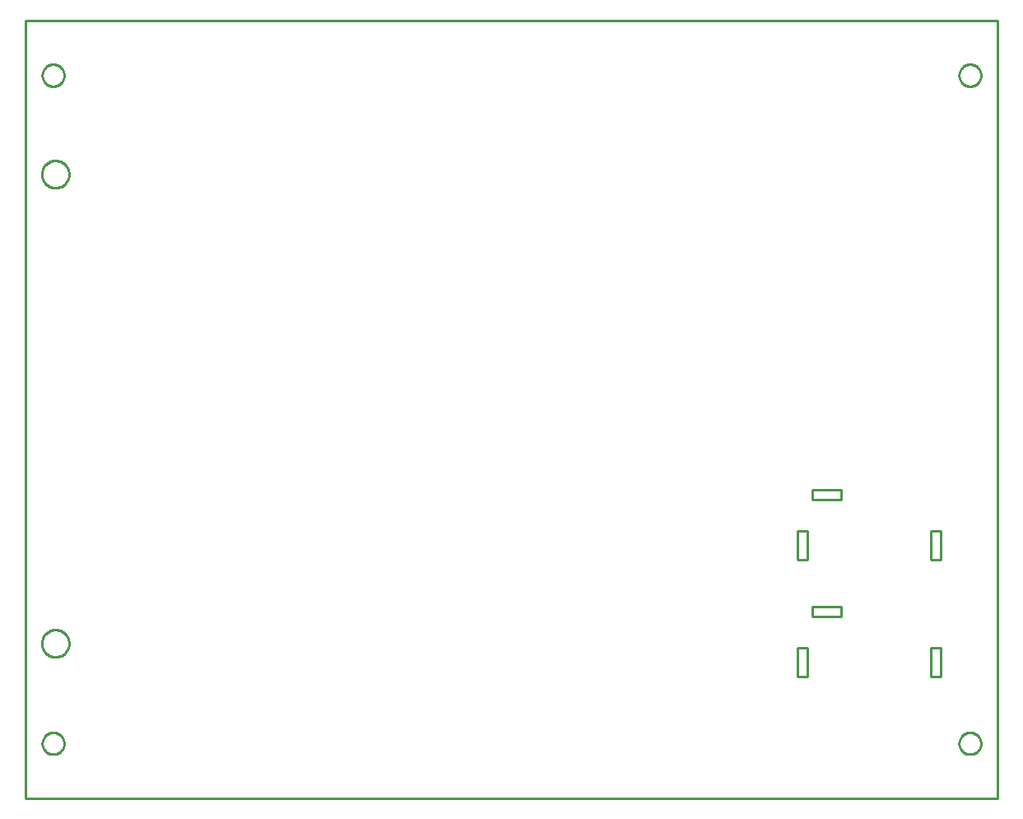
<source format=gbr>
G04 EAGLE Gerber RS-274X export*
G75*
%MOMM*%
%FSLAX34Y34*%
%LPD*%
%IN*%
%IPPOS*%
%AMOC8*
5,1,8,0,0,1.08239X$1,22.5*%
G01*
%ADD10C,0.254000*%


D10*
X0Y0D02*
X1000000Y0D01*
X1000000Y800000D01*
X0Y800000D01*
X0Y0D01*
X794000Y125000D02*
X804000Y125000D01*
X804000Y155000D01*
X794000Y155000D01*
X794000Y125000D01*
X809000Y187000D02*
X839000Y187000D01*
X839000Y197000D01*
X809000Y197000D01*
X809000Y187000D01*
X931000Y125000D02*
X941000Y125000D01*
X941000Y155000D01*
X931000Y155000D01*
X931000Y125000D01*
X931000Y245000D02*
X941000Y245000D01*
X941000Y275000D01*
X931000Y275000D01*
X931000Y245000D01*
X794000Y245000D02*
X804000Y245000D01*
X804000Y275000D01*
X794000Y275000D01*
X794000Y245000D01*
X809000Y307000D02*
X839000Y307000D01*
X839000Y317000D01*
X809000Y317000D01*
X809000Y307000D01*
X39650Y55958D02*
X39581Y55077D01*
X39442Y54204D01*
X39236Y53344D01*
X38963Y52503D01*
X38625Y51686D01*
X38223Y50899D01*
X37761Y50145D01*
X37242Y49430D01*
X36668Y48758D01*
X36042Y48133D01*
X35370Y47558D01*
X34655Y47039D01*
X33901Y46577D01*
X33114Y46176D01*
X32297Y45837D01*
X31456Y45564D01*
X30596Y45358D01*
X29723Y45219D01*
X28842Y45150D01*
X27958Y45150D01*
X27077Y45219D01*
X26204Y45358D01*
X25344Y45564D01*
X24503Y45837D01*
X23686Y46176D01*
X22899Y46577D01*
X22145Y47039D01*
X21430Y47558D01*
X20758Y48133D01*
X20133Y48758D01*
X19558Y49430D01*
X19039Y50145D01*
X18577Y50899D01*
X18176Y51686D01*
X17837Y52503D01*
X17564Y53344D01*
X17358Y54204D01*
X17219Y55077D01*
X17150Y55958D01*
X17150Y56842D01*
X17219Y57723D01*
X17358Y58596D01*
X17564Y59456D01*
X17837Y60297D01*
X18176Y61114D01*
X18577Y61901D01*
X19039Y62655D01*
X19558Y63370D01*
X20133Y64042D01*
X20758Y64668D01*
X21430Y65242D01*
X22145Y65761D01*
X22899Y66223D01*
X23686Y66625D01*
X24503Y66963D01*
X25344Y67236D01*
X26204Y67442D01*
X27077Y67581D01*
X27958Y67650D01*
X28842Y67650D01*
X29723Y67581D01*
X30596Y67442D01*
X31456Y67236D01*
X32297Y66963D01*
X33114Y66625D01*
X33901Y66223D01*
X34655Y65761D01*
X35370Y65242D01*
X36042Y64668D01*
X36668Y64042D01*
X37242Y63370D01*
X37761Y62655D01*
X38223Y61901D01*
X38625Y61114D01*
X38963Y60297D01*
X39236Y59456D01*
X39442Y58596D01*
X39581Y57723D01*
X39650Y56842D01*
X39650Y55958D01*
X39650Y743158D02*
X39581Y742277D01*
X39442Y741404D01*
X39236Y740544D01*
X38963Y739703D01*
X38625Y738886D01*
X38223Y738099D01*
X37761Y737345D01*
X37242Y736630D01*
X36668Y735958D01*
X36042Y735333D01*
X35370Y734758D01*
X34655Y734239D01*
X33901Y733777D01*
X33114Y733376D01*
X32297Y733037D01*
X31456Y732764D01*
X30596Y732558D01*
X29723Y732419D01*
X28842Y732350D01*
X27958Y732350D01*
X27077Y732419D01*
X26204Y732558D01*
X25344Y732764D01*
X24503Y733037D01*
X23686Y733376D01*
X22899Y733777D01*
X22145Y734239D01*
X21430Y734758D01*
X20758Y735333D01*
X20133Y735958D01*
X19558Y736630D01*
X19039Y737345D01*
X18577Y738099D01*
X18176Y738886D01*
X17837Y739703D01*
X17564Y740544D01*
X17358Y741404D01*
X17219Y742277D01*
X17150Y743158D01*
X17150Y744042D01*
X17219Y744923D01*
X17358Y745796D01*
X17564Y746656D01*
X17837Y747497D01*
X18176Y748314D01*
X18577Y749101D01*
X19039Y749855D01*
X19558Y750570D01*
X20133Y751242D01*
X20758Y751868D01*
X21430Y752442D01*
X22145Y752961D01*
X22899Y753423D01*
X23686Y753825D01*
X24503Y754163D01*
X25344Y754436D01*
X26204Y754642D01*
X27077Y754781D01*
X27958Y754850D01*
X28842Y754850D01*
X29723Y754781D01*
X30596Y754642D01*
X31456Y754436D01*
X32297Y754163D01*
X33114Y753825D01*
X33901Y753423D01*
X34655Y752961D01*
X35370Y752442D01*
X36042Y751868D01*
X36668Y751242D01*
X37242Y750570D01*
X37761Y749855D01*
X38223Y749101D01*
X38625Y748314D01*
X38963Y747497D01*
X39236Y746656D01*
X39442Y745796D01*
X39581Y744923D01*
X39650Y744042D01*
X39650Y743158D01*
X982850Y743158D02*
X982781Y742277D01*
X982642Y741404D01*
X982436Y740544D01*
X982163Y739703D01*
X981825Y738886D01*
X981423Y738099D01*
X980961Y737345D01*
X980442Y736630D01*
X979868Y735958D01*
X979242Y735333D01*
X978570Y734758D01*
X977855Y734239D01*
X977101Y733777D01*
X976314Y733376D01*
X975497Y733037D01*
X974656Y732764D01*
X973796Y732558D01*
X972923Y732419D01*
X972042Y732350D01*
X971158Y732350D01*
X970277Y732419D01*
X969404Y732558D01*
X968544Y732764D01*
X967703Y733037D01*
X966886Y733376D01*
X966099Y733777D01*
X965345Y734239D01*
X964630Y734758D01*
X963958Y735333D01*
X963333Y735958D01*
X962758Y736630D01*
X962239Y737345D01*
X961777Y738099D01*
X961376Y738886D01*
X961037Y739703D01*
X960764Y740544D01*
X960558Y741404D01*
X960419Y742277D01*
X960350Y743158D01*
X960350Y744042D01*
X960419Y744923D01*
X960558Y745796D01*
X960764Y746656D01*
X961037Y747497D01*
X961376Y748314D01*
X961777Y749101D01*
X962239Y749855D01*
X962758Y750570D01*
X963333Y751242D01*
X963958Y751868D01*
X964630Y752442D01*
X965345Y752961D01*
X966099Y753423D01*
X966886Y753825D01*
X967703Y754163D01*
X968544Y754436D01*
X969404Y754642D01*
X970277Y754781D01*
X971158Y754850D01*
X972042Y754850D01*
X972923Y754781D01*
X973796Y754642D01*
X974656Y754436D01*
X975497Y754163D01*
X976314Y753825D01*
X977101Y753423D01*
X977855Y752961D01*
X978570Y752442D01*
X979242Y751868D01*
X979868Y751242D01*
X980442Y750570D01*
X980961Y749855D01*
X981423Y749101D01*
X981825Y748314D01*
X982163Y747497D01*
X982436Y746656D01*
X982642Y745796D01*
X982781Y744923D01*
X982850Y744042D01*
X982850Y743158D01*
X982850Y55958D02*
X982781Y55077D01*
X982642Y54204D01*
X982436Y53344D01*
X982163Y52503D01*
X981825Y51686D01*
X981423Y50899D01*
X980961Y50145D01*
X980442Y49430D01*
X979868Y48758D01*
X979242Y48133D01*
X978570Y47558D01*
X977855Y47039D01*
X977101Y46577D01*
X976314Y46176D01*
X975497Y45837D01*
X974656Y45564D01*
X973796Y45358D01*
X972923Y45219D01*
X972042Y45150D01*
X971158Y45150D01*
X970277Y45219D01*
X969404Y45358D01*
X968544Y45564D01*
X967703Y45837D01*
X966886Y46176D01*
X966099Y46577D01*
X965345Y47039D01*
X964630Y47558D01*
X963958Y48133D01*
X963333Y48758D01*
X962758Y49430D01*
X962239Y50145D01*
X961777Y50899D01*
X961376Y51686D01*
X961037Y52503D01*
X960764Y53344D01*
X960558Y54204D01*
X960419Y55077D01*
X960350Y55958D01*
X960350Y56842D01*
X960419Y57723D01*
X960558Y58596D01*
X960764Y59456D01*
X961037Y60297D01*
X961376Y61114D01*
X961777Y61901D01*
X962239Y62655D01*
X962758Y63370D01*
X963333Y64042D01*
X963958Y64668D01*
X964630Y65242D01*
X965345Y65761D01*
X966099Y66223D01*
X966886Y66625D01*
X967703Y66963D01*
X968544Y67236D01*
X969404Y67442D01*
X970277Y67581D01*
X971158Y67650D01*
X972042Y67650D01*
X972923Y67581D01*
X973796Y67442D01*
X974656Y67236D01*
X975497Y66963D01*
X976314Y66625D01*
X977101Y66223D01*
X977855Y65761D01*
X978570Y65242D01*
X979242Y64668D01*
X979868Y64042D01*
X980442Y63370D01*
X980961Y62655D01*
X981423Y61901D01*
X981825Y61114D01*
X982163Y60297D01*
X982436Y59456D01*
X982642Y58596D01*
X982781Y57723D01*
X982850Y56842D01*
X982850Y55958D01*
X30100Y627800D02*
X29103Y627871D01*
X28113Y628014D01*
X27136Y628226D01*
X26176Y628508D01*
X25239Y628857D01*
X24329Y629273D01*
X23452Y629752D01*
X22610Y630293D01*
X21810Y630892D01*
X21054Y631547D01*
X20347Y632254D01*
X19692Y633010D01*
X19093Y633810D01*
X18552Y634652D01*
X18073Y635529D01*
X17657Y636439D01*
X17308Y637376D01*
X17026Y638336D01*
X16814Y639313D01*
X16671Y640303D01*
X16600Y641300D01*
X16600Y642300D01*
X16671Y643298D01*
X16814Y644287D01*
X17026Y645265D01*
X17308Y646224D01*
X17657Y647161D01*
X18073Y648071D01*
X18552Y648948D01*
X19093Y649790D01*
X19692Y650590D01*
X20347Y651346D01*
X21054Y652053D01*
X21810Y652708D01*
X22610Y653307D01*
X23452Y653848D01*
X24329Y654327D01*
X25239Y654743D01*
X26176Y655092D01*
X27136Y655374D01*
X28113Y655586D01*
X29103Y655729D01*
X30100Y655800D01*
X31100Y655800D01*
X32098Y655729D01*
X33087Y655586D01*
X34065Y655374D01*
X35024Y655092D01*
X35961Y654743D01*
X36871Y654327D01*
X37748Y653848D01*
X38590Y653307D01*
X39390Y652708D01*
X40146Y652053D01*
X40853Y651346D01*
X41508Y650590D01*
X42107Y649790D01*
X42648Y648948D01*
X43127Y648071D01*
X43543Y647161D01*
X43892Y646224D01*
X44174Y645265D01*
X44386Y644287D01*
X44529Y643298D01*
X44600Y642300D01*
X44600Y641300D01*
X44529Y640303D01*
X44386Y639313D01*
X44174Y638336D01*
X43892Y637376D01*
X43543Y636439D01*
X43127Y635529D01*
X42648Y634652D01*
X42107Y633810D01*
X41508Y633010D01*
X40853Y632254D01*
X40146Y631547D01*
X39390Y630892D01*
X38590Y630293D01*
X37748Y629752D01*
X36871Y629273D01*
X35961Y628857D01*
X35024Y628508D01*
X34065Y628226D01*
X33087Y628014D01*
X32098Y627871D01*
X31100Y627800D01*
X30100Y627800D01*
X30100Y145200D02*
X29103Y145271D01*
X28113Y145414D01*
X27136Y145626D01*
X26176Y145908D01*
X25239Y146257D01*
X24329Y146673D01*
X23452Y147152D01*
X22610Y147693D01*
X21810Y148292D01*
X21054Y148947D01*
X20347Y149654D01*
X19692Y150410D01*
X19093Y151210D01*
X18552Y152052D01*
X18073Y152929D01*
X17657Y153839D01*
X17308Y154776D01*
X17026Y155736D01*
X16814Y156713D01*
X16671Y157703D01*
X16600Y158700D01*
X16600Y159700D01*
X16671Y160698D01*
X16814Y161687D01*
X17026Y162665D01*
X17308Y163624D01*
X17657Y164561D01*
X18073Y165471D01*
X18552Y166348D01*
X19093Y167190D01*
X19692Y167990D01*
X20347Y168746D01*
X21054Y169453D01*
X21810Y170108D01*
X22610Y170707D01*
X23452Y171248D01*
X24329Y171727D01*
X25239Y172143D01*
X26176Y172492D01*
X27136Y172774D01*
X28113Y172986D01*
X29103Y173129D01*
X30100Y173200D01*
X31100Y173200D01*
X32098Y173129D01*
X33087Y172986D01*
X34065Y172774D01*
X35024Y172492D01*
X35961Y172143D01*
X36871Y171727D01*
X37748Y171248D01*
X38590Y170707D01*
X39390Y170108D01*
X40146Y169453D01*
X40853Y168746D01*
X41508Y167990D01*
X42107Y167190D01*
X42648Y166348D01*
X43127Y165471D01*
X43543Y164561D01*
X43892Y163624D01*
X44174Y162665D01*
X44386Y161687D01*
X44529Y160698D01*
X44600Y159700D01*
X44600Y158700D01*
X44529Y157703D01*
X44386Y156713D01*
X44174Y155736D01*
X43892Y154776D01*
X43543Y153839D01*
X43127Y152929D01*
X42648Y152052D01*
X42107Y151210D01*
X41508Y150410D01*
X40853Y149654D01*
X40146Y148947D01*
X39390Y148292D01*
X38590Y147693D01*
X37748Y147152D01*
X36871Y146673D01*
X35961Y146257D01*
X35024Y145908D01*
X34065Y145626D01*
X33087Y145414D01*
X32098Y145271D01*
X31100Y145200D01*
X30100Y145200D01*
M02*

</source>
